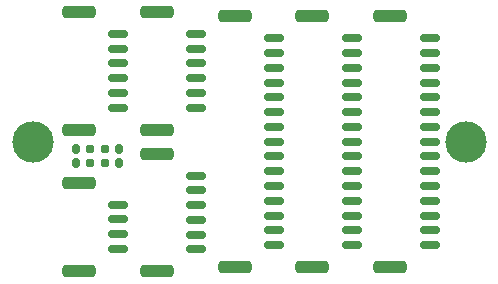
<source format=gbr>
%TF.GenerationSoftware,KiCad,Pcbnew,8.0.0*%
%TF.CreationDate,2024-09-22T13:18:53-04:00*%
%TF.ProjectId,MiniCarrierBoard,4d696e69-4361-4727-9269-6572426f6172,rev?*%
%TF.SameCoordinates,Original*%
%TF.FileFunction,Soldermask,Bot*%
%TF.FilePolarity,Negative*%
%FSLAX46Y46*%
G04 Gerber Fmt 4.6, Leading zero omitted, Abs format (unit mm)*
G04 Created by KiCad (PCBNEW 8.0.0) date 2024-09-22 13:18:53*
%MOMM*%
%LPD*%
G01*
G04 APERTURE LIST*
G04 Aperture macros list*
%AMRoundRect*
0 Rectangle with rounded corners*
0 $1 Rounding radius*
0 $2 $3 $4 $5 $6 $7 $8 $9 X,Y pos of 4 corners*
0 Add a 4 corners polygon primitive as box body*
4,1,4,$2,$3,$4,$5,$6,$7,$8,$9,$2,$3,0*
0 Add four circle primitives for the rounded corners*
1,1,$1+$1,$2,$3*
1,1,$1+$1,$4,$5*
1,1,$1+$1,$6,$7*
1,1,$1+$1,$8,$9*
0 Add four rect primitives between the rounded corners*
20,1,$1+$1,$2,$3,$4,$5,0*
20,1,$1+$1,$4,$5,$6,$7,0*
20,1,$1+$1,$6,$7,$8,$9,0*
20,1,$1+$1,$8,$9,$2,$3,0*%
G04 Aperture macros list end*
%ADD10C,3.500000*%
%ADD11RoundRect,0.160000X-0.160000X0.197500X-0.160000X-0.197500X0.160000X-0.197500X0.160000X0.197500X0*%
%ADD12RoundRect,0.160000X-0.160000X0.222500X-0.160000X-0.222500X0.160000X-0.222500X0.160000X0.222500X0*%
%ADD13RoundRect,0.150000X-0.700000X0.150000X-0.700000X-0.150000X0.700000X-0.150000X0.700000X0.150000X0*%
%ADD14RoundRect,0.250000X-1.150000X0.250000X-1.150000X-0.250000X1.150000X-0.250000X1.150000X0.250000X0*%
%ADD15RoundRect,0.160000X0.160000X-0.197500X0.160000X0.197500X-0.160000X0.197500X-0.160000X-0.197500X0*%
%ADD16RoundRect,0.160000X0.160000X-0.222500X0.160000X0.222500X-0.160000X0.222500X-0.160000X-0.222500X0*%
G04 APERTURE END LIST*
D10*
%TO.C,H2*%
X83900000Y-100600000D03*
%TD*%
%TO.C,H1*%
X120600000Y-100600000D03*
%TD*%
D11*
%TO.C,R1*%
X90000000Y-101202500D03*
X90000000Y-102397500D03*
%TD*%
D12*
%TO.C,D2*%
X87600000Y-101227499D03*
X87600000Y-102372501D03*
%TD*%
D13*
%TO.C,J14*%
X97750000Y-103475000D03*
X97750000Y-104725000D03*
X97750000Y-105975000D03*
X97750000Y-107225000D03*
X97750000Y-108475000D03*
X97750000Y-109725000D03*
D14*
X94400000Y-101625000D03*
X94400000Y-111575000D03*
%TD*%
D13*
%TO.C,J6*%
X91150000Y-91475000D03*
X91150000Y-92725000D03*
X91150000Y-93975000D03*
X91150000Y-95225000D03*
X91150000Y-96475000D03*
X91150000Y-97725000D03*
D14*
X87800000Y-89625000D03*
X87800000Y-99575000D03*
%TD*%
D13*
%TO.C,J5*%
X110950000Y-91850000D03*
X110950000Y-93100000D03*
X110950000Y-94350000D03*
X110950000Y-95600000D03*
X110950000Y-96850000D03*
X110950000Y-98100000D03*
X110950000Y-99350000D03*
X110950000Y-100600000D03*
X110950000Y-101850000D03*
X110950000Y-103100000D03*
X110950000Y-104350000D03*
X110950000Y-105600000D03*
X110950000Y-106850000D03*
X110950000Y-108100000D03*
X110950000Y-109350000D03*
D14*
X107600000Y-90000001D03*
X107600000Y-111199999D03*
%TD*%
D15*
%TO.C,R2*%
X88800000Y-102397500D03*
X88800000Y-101202500D03*
%TD*%
D13*
%TO.C,J7*%
X104350000Y-91850000D03*
X104350000Y-93100000D03*
X104350000Y-94350000D03*
X104350000Y-95600000D03*
X104350000Y-96850000D03*
X104350000Y-98100000D03*
X104350000Y-99350000D03*
X104350000Y-100600000D03*
X104350000Y-101850000D03*
X104350000Y-103100000D03*
X104350000Y-104350000D03*
X104350000Y-105600000D03*
X104350000Y-106850000D03*
X104350000Y-108100000D03*
X104350000Y-109350000D03*
D14*
X101000000Y-90000001D03*
X101000000Y-111199999D03*
%TD*%
D13*
%TO.C,J9*%
X91150000Y-105925000D03*
X91150000Y-107175000D03*
X91150000Y-108425000D03*
X91150000Y-109675000D03*
D14*
X87800000Y-104075000D03*
X87800000Y-111525000D03*
%TD*%
D13*
%TO.C,J8*%
X117550000Y-91850000D03*
X117550000Y-93100000D03*
X117550000Y-94350000D03*
X117550000Y-95600000D03*
X117550000Y-96850000D03*
X117550000Y-98100000D03*
X117550000Y-99350000D03*
X117550000Y-100600000D03*
X117550000Y-101850000D03*
X117550000Y-103100000D03*
X117550000Y-104350000D03*
X117550000Y-105600000D03*
X117550000Y-106850000D03*
X117550000Y-108100000D03*
X117550000Y-109350000D03*
D14*
X114200000Y-90000001D03*
X114200000Y-111199999D03*
%TD*%
D16*
%TO.C,D1*%
X91200000Y-102372501D03*
X91200000Y-101227499D03*
%TD*%
D13*
%TO.C,J4*%
X97750000Y-91475000D03*
X97750000Y-92725000D03*
X97750000Y-93975000D03*
X97750000Y-95225000D03*
X97750000Y-96475000D03*
X97750000Y-97725000D03*
D14*
X94400000Y-89625000D03*
X94400000Y-99575000D03*
%TD*%
M02*

</source>
